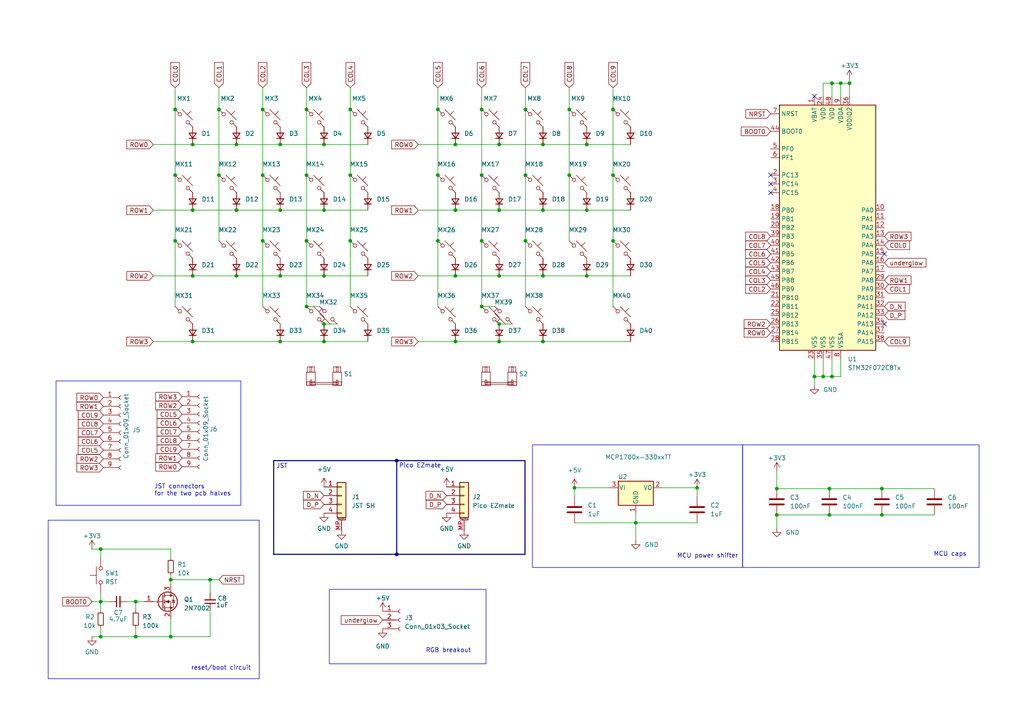
<source format=kicad_sch>
(kicad_sch (version 20230121) (generator eeschema)
  (paper "A4")
  (junction (at 88.9 69.85))
  (junction (at 93.98 80.01))
  (junction (at 139.7 88.9))
  (junction (at 39.37 184.658))
  (junction (at 81.28 60.96))
  (junction (at 127 69.85))
  (junction (at 101.6 69.85))
  (junction (at 68.58 41.91))
  (junction (at 63.5 31.75))
  (junction (at 49.53 168.148))
  (junction (at 55.88 99.06))
  (junction (at 238.76 109.22))
  (junction (at 93.98 60.96))
  (junction (at 202.184 141.478))
  (junction (at 127 31.75))
  (junction (at 166.624 141.478))
  (junction (at 157.48 41.91))
  (junction (at 88.9 88.9))
  (junction (at 76.2 50.8))
  (junction (at 29.21 184.658))
  (junction (at 55.88 41.91))
  (junction (at 50.8 69.85))
  (junction (at 63.5 50.8))
  (junction (at 157.48 60.96))
  (junction (at 225.298 141.732))
  (junction (at 255.778 149.352))
  (junction (at 170.18 60.96))
  (junction (at 55.88 80.01))
  (junction (at 144.78 80.01))
  (junction (at 127 50.8))
  (junction (at 144.78 99.06))
  (junction (at 144.78 60.96))
  (junction (at 29.21 174.498))
  (junction (at 132.08 41.91))
  (junction (at 50.8 31.75))
  (junction (at 93.98 93.98))
  (junction (at 139.7 69.85))
  (junction (at 115.062 160.782))
  (junction (at 236.22 109.22))
  (junction (at 165.1 50.8))
  (junction (at 177.8 50.8))
  (junction (at 184.404 151.638))
  (junction (at 88.9 31.75))
  (junction (at 157.48 80.01))
  (junction (at 225.298 149.352))
  (junction (at 240.538 141.732))
  (junction (at 152.4 69.85))
  (junction (at 76.2 69.85))
  (junction (at 50.8 50.8))
  (junction (at 241.3 109.22))
  (junction (at 93.98 41.91))
  (junction (at 132.08 99.06))
  (junction (at 55.88 60.96))
  (junction (at 81.28 41.91))
  (junction (at 101.6 50.8))
  (junction (at 246.38 24.13))
  (junction (at 115.062 133.604))
  (junction (at 68.58 80.01))
  (junction (at 240.538 149.352))
  (junction (at 177.8 31.75))
  (junction (at 132.08 60.96))
  (junction (at 139.7 50.8))
  (junction (at 157.48 99.06))
  (junction (at 165.1 31.75))
  (junction (at 170.18 41.91))
  (junction (at 170.18 80.01))
  (junction (at 29.21 159.258))
  (junction (at 132.08 80.01))
  (junction (at 152.4 50.8))
  (junction (at 152.4 31.75))
  (junction (at 60.96 168.148))
  (junction (at 144.78 41.91))
  (junction (at 76.2 31.75))
  (junction (at 81.28 80.01))
  (junction (at 93.98 99.06))
  (junction (at 243.84 24.13))
  (junction (at 241.3 24.13))
  (junction (at 139.7 31.75))
  (junction (at 81.28 99.06))
  (junction (at 255.778 141.732))
  (junction (at 68.58 60.96))
  (junction (at 177.8 69.85))
  (junction (at 101.6 31.75))
  (junction (at 49.53 184.658))
  (junction (at 88.9 50.8))
  (junction (at 144.78 93.98))
  (junction (at 39.37 174.498))
  (no_connect (at 223.52 55.88))
  (no_connect (at 223.52 50.8))
  (no_connect (at 256.54 93.98))
  (no_connect (at 223.52 53.34))
  (no_connect (at 236.22 27.94))
  (no_connect (at 256.54 73.66))
  (wire (pts (xy 49.53 168.148) (xy 49.53 169.418)))
  (wire (pts (xy 241.3 109.22) (xy 243.84 109.22)))
  (wire (pts (xy 177.8 69.85) (xy 177.8 88.9)))
  (wire (pts (xy 240.538 149.352) (xy 255.778 149.352)))
  (wire (pts (xy 49.53 166.878) (xy 49.53 168.148)))
  (wire (pts (xy 39.37 182.118) (xy 39.37 184.658)))
  (wire (pts (xy 144.78 80.01) (xy 157.48 80.01)))
  (wire (pts (xy 50.8 31.75) (xy 50.8 50.8)))
  (wire (pts (xy 166.624 144.018) (xy 166.624 141.478)))
  (wire (pts (xy 177.8 25.4) (xy 177.8 31.75)))
  (wire (pts (xy 225.298 149.352) (xy 240.538 149.352)))
  (wire (pts (xy 93.98 60.96) (xy 106.68 60.96)))
  (wire (pts (xy 243.84 104.14) (xy 243.84 109.22)))
  (wire (pts (xy 139.7 88.9) (xy 143.51 88.9)))
  (wire (pts (xy 76.2 25.4) (xy 76.2 31.75)))
  (wire (pts (xy 139.7 25.4) (xy 139.7 31.75)))
  (wire (pts (xy 55.88 60.96) (xy 68.58 60.96)))
  (wire (pts (xy 184.404 151.638) (xy 184.404 149.098)))
  (wire (pts (xy 29.21 159.258) (xy 29.21 161.798)))
  (wire (pts (xy 192.024 141.478) (xy 202.184 141.478)))
  (wire (pts (xy 93.98 99.06) (xy 106.68 99.06)))
  (wire (pts (xy 63.5 25.4) (xy 63.5 31.75)))
  (wire (pts (xy 225.298 136.652) (xy 225.298 141.732)))
  (wire (pts (xy 236.22 104.14) (xy 236.22 109.22)))
  (wire (pts (xy 243.84 24.13) (xy 246.38 24.13)))
  (wire (pts (xy 152.4 69.85) (xy 152.4 88.9)))
  (wire (pts (xy 76.2 69.85) (xy 76.2 88.9)))
  (wire (pts (xy 132.08 99.06) (xy 144.78 99.06)))
  (wire (pts (xy 49.53 168.148) (xy 60.96 168.148)))
  (wire (pts (xy 144.78 99.06) (xy 157.48 99.06)))
  (wire (pts (xy 121.285 80.01) (xy 132.08 80.01)))
  (wire (pts (xy 166.624 141.478) (xy 176.784 141.478)))
  (wire (pts (xy 246.38 22.86) (xy 246.38 24.13)))
  (wire (pts (xy 157.48 80.01) (xy 170.18 80.01)))
  (wire (pts (xy 81.28 80.01) (xy 93.98 80.01)))
  (wire (pts (xy 152.4 25.4) (xy 152.4 31.75)))
  (wire (pts (xy 121.285 60.96) (xy 132.08 60.96)))
  (wire (pts (xy 81.28 41.91) (xy 93.98 41.91)))
  (wire (pts (xy 241.3 24.13) (xy 241.3 27.94)))
  (wire (pts (xy 68.58 41.91) (xy 81.28 41.91)))
  (wire (pts (xy 238.76 24.13) (xy 241.3 24.13)))
  (wire (pts (xy 202.184 151.638) (xy 184.404 151.638)))
  (wire (pts (xy 26.67 184.658) (xy 29.21 184.658)))
  (wire (pts (xy 29.21 159.258) (xy 49.53 159.258)))
  (wire (pts (xy 39.37 174.498) (xy 41.91 174.498)))
  (wire (pts (xy 236.22 109.22) (xy 236.22 111.76)))
  (wire (pts (xy 88.9 25.4) (xy 88.9 31.75)))
  (wire (pts (xy 101.6 25.4) (xy 101.6 31.75)))
  (wire (pts (xy 50.8 25.4) (xy 50.8 31.75)))
  (wire (pts (xy 238.76 109.22) (xy 241.3 109.22)))
  (wire (pts (xy 243.84 24.13) (xy 243.84 27.94)))
  (wire (pts (xy 165.1 25.4) (xy 165.1 31.75)))
  (wire (pts (xy 81.28 60.96) (xy 93.98 60.96)))
  (wire (pts (xy 165.1 31.75) (xy 165.1 50.8)))
  (wire (pts (xy 63.5 50.8) (xy 63.5 69.85)))
  (wire (pts (xy 121.285 41.91) (xy 132.08 41.91)))
  (wire (pts (xy 225.298 141.732) (xy 240.538 141.732)))
  (wire (pts (xy 157.48 60.96) (xy 170.18 60.96)))
  (wire (pts (xy 39.37 174.498) (xy 39.37 177.038)))
  (wire (pts (xy 49.53 179.578) (xy 49.53 184.658)))
  (wire (pts (xy 44.45 80.01) (xy 55.88 80.01)))
  (wire (pts (xy 88.9 50.8) (xy 88.9 69.85)))
  (wire (pts (xy 139.7 31.75) (xy 139.7 50.8)))
  (wire (pts (xy 68.58 60.96) (xy 81.28 60.96)))
  (wire (pts (xy 241.3 104.14) (xy 241.3 109.22)))
  (wire (pts (xy 121.285 99.06) (xy 132.08 99.06)))
  (wire (pts (xy 144.78 60.96) (xy 157.48 60.96)))
  (wire (pts (xy 240.538 141.732) (xy 255.778 141.732)))
  (wire (pts (xy 63.5 31.75) (xy 63.5 50.8)))
  (wire (pts (xy 127 50.8) (xy 127 69.85)))
  (wire (pts (xy 132.08 80.01) (xy 144.78 80.01)))
  (wire (pts (xy 170.18 80.01) (xy 182.88 80.01)))
  (wire (pts (xy 238.76 104.14) (xy 238.76 109.22)))
  (bus (pts (xy 115.062 133.604) (xy 152.273 133.604)))
  (wire (pts (xy 246.38 24.13) (xy 246.38 27.94)))
  (wire (pts (xy 44.45 60.96) (xy 55.88 60.96)))
  (wire (pts (xy 255.778 141.732) (xy 271.018 141.732)))
  (wire (pts (xy 88.9 69.85) (xy 88.9 88.9)))
  (wire (pts (xy 88.9 31.75) (xy 88.9 50.8)))
  (wire (pts (xy 60.96 168.148) (xy 60.96 171.958)))
  (wire (pts (xy 139.7 50.8) (xy 139.7 69.85)))
  (wire (pts (xy 49.53 159.258) (xy 49.53 161.798)))
  (wire (pts (xy 177.8 31.75) (xy 177.8 50.8)))
  (wire (pts (xy 29.21 174.498) (xy 31.75 174.498)))
  (wire (pts (xy 76.2 50.8) (xy 76.2 69.85)))
  (wire (pts (xy 29.21 182.118) (xy 29.21 184.658)))
  (wire (pts (xy 36.83 174.498) (xy 39.37 174.498)))
  (wire (pts (xy 26.67 174.498) (xy 29.21 174.498)))
  (wire (pts (xy 101.6 69.85) (xy 101.6 88.9)))
  (wire (pts (xy 177.8 50.8) (xy 177.8 69.85)))
  (wire (pts (xy 44.45 41.91) (xy 55.88 41.91)))
  (wire (pts (xy 152.4 31.75) (xy 152.4 50.8)))
  (wire (pts (xy 76.2 31.75) (xy 76.2 50.8)))
  (wire (pts (xy 165.1 50.8) (xy 165.1 69.85)))
  (wire (pts (xy 132.08 41.91) (xy 144.78 41.91)))
  (wire (pts (xy 202.184 141.478) (xy 202.184 144.018)))
  (wire (pts (xy 29.21 171.958) (xy 29.21 174.498)))
  (wire (pts (xy 50.8 50.8) (xy 50.8 69.85)))
  (wire (pts (xy 170.18 60.96) (xy 182.88 60.96)))
  (wire (pts (xy 68.58 80.01) (xy 81.28 80.01)))
  (wire (pts (xy 127 31.75) (xy 127 50.8)))
  (wire (pts (xy 184.404 151.638) (xy 184.404 156.718)))
  (bus (pts (xy 115.062 160.782) (xy 152.273 160.782)))
  (wire (pts (xy 26.67 159.258) (xy 29.21 159.258)))
  (wire (pts (xy 29.21 174.498) (xy 29.21 177.038)))
  (wire (pts (xy 157.48 41.91) (xy 170.18 41.91)))
  (wire (pts (xy 255.778 149.352) (xy 271.018 149.352)))
  (wire (pts (xy 127 69.85) (xy 127 88.9)))
  (wire (pts (xy 60.96 177.038) (xy 60.96 184.658)))
  (wire (pts (xy 101.6 50.8) (xy 101.6 69.85)))
  (wire (pts (xy 132.08 60.96) (xy 144.78 60.96)))
  (wire (pts (xy 81.28 99.06) (xy 93.98 99.06)))
  (wire (pts (xy 88.9 88.9) (xy 92.71 88.9)))
  (wire (pts (xy 93.98 80.01) (xy 106.68 80.01)))
  (wire (pts (xy 101.6 31.75) (xy 101.6 50.8)))
  (wire (pts (xy 144.78 93.98) (xy 148.59 93.98)))
  (wire (pts (xy 139.7 69.85) (xy 139.7 88.9)))
  (wire (pts (xy 55.88 80.01) (xy 68.58 80.01)))
  (wire (pts (xy 236.22 109.22) (xy 238.76 109.22)))
  (wire (pts (xy 39.37 184.658) (xy 49.53 184.658)))
  (wire (pts (xy 49.53 184.658) (xy 60.96 184.658)))
  (wire (pts (xy 55.88 99.06) (xy 81.28 99.06)))
  (wire (pts (xy 127 25.4) (xy 127 31.75)))
  (wire (pts (xy 170.18 41.91) (xy 182.88 41.91)))
  (wire (pts (xy 144.78 41.91) (xy 157.48 41.91)))
  (wire (pts (xy 152.4 50.8) (xy 152.4 69.85)))
  (wire (pts (xy 225.298 153.162) (xy 225.298 149.352)))
  (wire (pts (xy 157.48 99.06) (xy 182.88 99.06)))
  (wire (pts (xy 44.45 99.06) (xy 55.88 99.06)))
  (wire (pts (xy 93.98 93.98) (xy 97.79 93.98)))
  (wire (pts (xy 166.624 151.638) (xy 184.404 151.638)))
  (bus (pts (xy 152.273 160.782) (xy 152.273 133.604)))
  (wire (pts (xy 238.76 27.94) (xy 238.76 24.13)))
  (wire (pts (xy 55.88 41.91) (xy 68.58 41.91)))
  (wire (pts (xy 60.96 168.148) (xy 63.5 168.148)))
  (wire (pts (xy 29.21 184.658) (xy 39.37 184.658)))
  (wire (pts (xy 50.8 69.85) (xy 50.8 88.9)))
  (bus (pts (xy 79.375 133.604) (xy 79.375 160.782)))
  (bus (pts (xy 79.375 133.604) (xy 115.062 133.604)))
  (wire (pts (xy 241.3 24.13) (xy 243.84 24.13)))
  (wire (pts (xy 93.98 41.91) (xy 106.68 41.91)))
  (bus (pts (xy 79.375 160.782) (xy 115.062 160.782)))
  (bus (pts (xy 115.062 133.604) (xy 115.062 160.782)))
  (rectangle (start 215.392 129.032) (end 283.972 164.592))
  (rectangle (start 154.432 129.032) (end 215.392 164.592))
  (rectangle (start 13.97 150.876) (end 75.184 196.85))
  (rectangle (start 95.504 170.942) (end 140.97 192.532))
  (rectangle (start 16.256 110.49) (end 69.85 146.558))
  (text "Pico EZmate" (at 115.697 135.89 0) (effects (font (size 1.27 1.27)) (justify left bottom)))
  (text "JST connectors\nfor the two pcb halves" (at 44.704 144.018 0) (effects (font (size 1.27 1.27)) (justify left bottom)))
  (text "reset/boot circuit" (at 55.372 194.564 0) (effects (font (size 1.27 1.27)) (justify left bottom)))
  (text "MCU power shifter" (at 196.342 162.052 0) (effects (font (size 1.27 1.27)) (justify left bottom)))
  (text "RGB breakout" (at 123.444 189.484 0) (effects (font (size 1.27 1.27)) (justify left bottom)))
  (text "MCU caps" (at 270.764 161.544 0) (effects (font (size 1.27 1.27)) (justify left bottom)))
  (text "JST" (at 80.137 136.017 0) (effects (font (size 1.27 1.27)) (justify left bottom)))
  (global_label "COL0" (shape input) (at 50.8 25.4 90) (property "Intersheetrefs" "${INTERSHEET_REFS}" (effects hide)))
  (global_label "ROW2" (shape input) (at 44.45 80.01 180) (property "Intersheetrefs" "${INTERSHEET_REFS}" (effects hide)))
  (global_label "ROW2" (shape input) (at 223.52 93.98 180) (property "Intersheetrefs" "${INTERSHEET_REFS}" (effects hide)))
  (global_label "ROW0" (shape input) (at 44.45 41.91 180) (property "Intersheetrefs" "${INTERSHEET_REFS}" (effects hide)))
  (global_label "COL5" (shape input) (at 52.832 120.142 180) (property "Intersheetrefs" "${INTERSHEET_REFS}" (effects hide)))
  (global_label "D_N" (shape input) (at 256.54 88.9 0) (property "Intersheetrefs" "${INTERSHEET_REFS}" (effects hide)))
  (global_label "ROW0" (shape input) (at 223.52 96.52 180) (property "Intersheetrefs" "${INTERSHEET_REFS}" (effects hide)))
  (global_label "ROW1" (shape input) (at 256.54 81.28 0) (property "Intersheetrefs" "${INTERSHEET_REFS}" (effects hide)))
  (global_label "COL7" (shape input) (at 29.972 125.476 180) (property "Intersheetrefs" "${INTERSHEET_REFS}" (effects hide)))
  (global_label "COL7" (shape input) (at 152.4 25.4 90) (property "Intersheetrefs" "${INTERSHEET_REFS}" (effects hide)))
  (global_label "ROW0" (shape input) (at 29.972 115.316 180) (property "Intersheetrefs" "${INTERSHEET_REFS}" (effects hide)))
  (global_label "D_P" (shape input) (at 93.98 146.304 180) (property "Intersheetrefs" "${INTERSHEET_REFS}" (effects hide)))
  (global_label "ROW1" (shape input) (at 52.832 132.842 180) (property "Intersheetrefs" "${INTERSHEET_REFS}" (effects hide)))
  (global_label "COL0" (shape input) (at 256.54 71.12 0) (property "Intersheetrefs" "${INTERSHEET_REFS}" (effects hide)))
  (global_label "COL2" (shape input) (at 223.52 83.82 180) (property "Intersheetrefs" "${INTERSHEET_REFS}" (effects hide)))
  (global_label "COL8" (shape input) (at 52.832 127.762 180) (property "Intersheetrefs" "${INTERSHEET_REFS}" (effects hide)))
  (global_label "D_P" (shape input) (at 256.54 91.44 0) (property "Intersheetrefs" "${INTERSHEET_REFS}" (effects hide)))
  (global_label "D_N" (shape input) (at 93.98 143.764 180) (property "Intersheetrefs" "${INTERSHEET_REFS}" (effects hide)))
  (global_label "COL5" (shape input) (at 223.52 76.2 180) (property "Intersheetrefs" "${INTERSHEET_REFS}" (effects hide)))
  (global_label "ROW1" (shape input) (at 29.972 117.856 180) (property "Intersheetrefs" "${INTERSHEET_REFS}" (effects hide)))
  (global_label "ROW3" (shape input) (at 52.832 115.062 180) (property "Intersheetrefs" "${INTERSHEET_REFS}" (effects hide)))
  (global_label "COL6" (shape input) (at 29.972 128.016 180) (property "Intersheetrefs" "${INTERSHEET_REFS}" (effects hide)))
  (global_label "COL1" (shape input) (at 63.5 25.4 90) (property "Intersheetrefs" "${INTERSHEET_REFS}" (effects hide)))
  (global_label "NRST" (shape input) (at 63.5 168.148 0) (property "Intersheetrefs" "${INTERSHEET_REFS}" (effects hide)))
  (global_label "COL3" (shape input) (at 88.9 25.4 90) (property "Intersheetrefs" "${INTERSHEET_REFS}" (effects hide)))
  (global_label "COL7" (shape input) (at 223.52 71.12 180) (property "Intersheetrefs" "${INTERSHEET_REFS}" (effects hide)))
  (global_label "ROW3" (shape input) (at 121.285 99.06 180) (property "Intersheetrefs" "${INTERSHEET_REFS}" (effects hide)))
  (global_label "D_P" (shape input) (at 129.54 146.304 180) (property "Intersheetrefs" "${INTERSHEET_REFS}" (effects hide)))
  (global_label "BOOT0" (shape input) (at 223.52 38.1 180) (property "Intersheetrefs" "${INTERSHEET_REFS}" (effects hide)))
  (global_label "COL3" (shape input) (at 223.52 81.28 180) (property "Intersheetrefs" "${INTERSHEET_REFS}" (effects hide)))
  (global_label "ROW3" (shape input) (at 29.972 135.636 180) (property "Intersheetrefs" "${INTERSHEET_REFS}" (effects hide)))
  (global_label "ROW3" (shape input) (at 44.45 99.06 180) (property "Intersheetrefs" "${INTERSHEET_REFS}" (effects hide)))
  (global_label "COL6" (shape input) (at 139.7 25.4 90) (property "Intersheetrefs" "${INTERSHEET_REFS}" (effects hide)))
  (global_label "COL9" (shape input) (at 177.8 25.4 90) (property "Intersheetrefs" "${INTERSHEET_REFS}" (effects hide)))
  (global_label "ROW1" (shape input) (at 121.285 60.96 180) (property "Intersheetrefs" "${INTERSHEET_REFS}" (effects hide)))
  (global_label "ROW3" (shape input) (at 256.54 68.58 0) (property "Intersheetrefs" "${INTERSHEET_REFS}" (effects hide)))
  (global_label "COL6" (shape input) (at 223.52 73.66 180) (property "Intersheetrefs" "${INTERSHEET_REFS}" (effects hide)))
  (global_label "underglow" (shape input) (at 256.54 76.2 0) (property "Intersheetrefs" "${INTERSHEET_REFS}" (effects hide)))
  (global_label "COL2" (shape input) (at 76.2 25.4 90) (property "Intersheetrefs" "${INTERSHEET_REFS}" (effects hide)))
  (global_label "underglow" (shape input) (at 110.998 179.832 180) (property "Intersheetrefs" "${INTERSHEET_REFS}" (effects hide)))
  (global_label "ROW2" (shape input) (at 121.285 80.01 180) (property "Intersheetrefs" "${INTERSHEET_REFS}" (effects hide)))
  (global_label "D_N" (shape input) (at 129.54 143.764 180) (property "Intersheetrefs" "${INTERSHEET_REFS}" (effects hide)))
  (global_label "COL9" (shape input) (at 29.972 120.396 180) (property "Intersheetrefs" "${INTERSHEET_REFS}" (effects hide)))
  (global_label "COL6" (shape input) (at 52.832 122.682 180) (property "Intersheetrefs" "${INTERSHEET_REFS}" (effects hide)))
  (global_label "BOOT0" (shape input) (at 26.67 174.498 180) (property "Intersheetrefs" "${INTERSHEET_REFS}" (effects hide)))
  (global_label "COL7" (shape input) (at 52.832 125.222 180) (property "Intersheetrefs" "${INTERSHEET_REFS}" (effects hide)))
  (global_label "NRST" (shape input) (at 223.52 33.02 180) (property "Intersheetrefs" "${INTERSHEET_REFS}" (effects hide)))
  (global_label "ROW0" (shape input) (at 121.285 41.91 180) (property "Intersheetrefs" "${INTERSHEET_REFS}" (effects hide)))
  (global_label "COL8" (shape input) (at 165.1 25.4 90) (property "Intersheetrefs" "${INTERSHEET_REFS}" (effects hide)))
  (global_label "COL4" (shape input) (at 223.52 78.74 180) (property "Intersheetrefs" "${INTERSHEET_REFS}" (effects hide)))
  (global_label "ROW0" (shape input) (at 52.832 135.382 180) (property "Intersheetrefs" "${INTERSHEET_REFS}" (effects hide)))
  (global_label "COL4" (shape input) (at 101.6 25.4 90) (property "Intersheetrefs" "${INTERSHEET_REFS}" (effects hide)))
  (global_label "COL9" (shape input) (at 256.54 99.06 0) (property "Intersheetrefs" "${INTERSHEET_REFS}" (effects hide)))
  (global_label "COL8" (shape input) (at 223.52 68.58 180) (property "Intersheetrefs" "${INTERSHEET_REFS}" (effects hide)))
  (global_label "ROW1" (shape input) (at 44.45 60.96 180) (property "Intersheetrefs" "${INTERSHEET_REFS}" (effects hide)))
  (global_label "ROW2" (shape input) (at 29.972 133.096 180) (property "Intersheetrefs" "${INTERSHEET_REFS}" (effects hide)))
  (global_label "ROW2" (shape input) (at 52.832 117.602 180) (property "Intersheetrefs" "${INTERSHEET_REFS}" (effects hide)))
  (global_label "COL5" (shape input) (at 29.972 130.556 180) (property "Intersheetrefs" "${INTERSHEET_REFS}" (effects hide)))
  (global_label "COL5" (shape input) (at 127 25.4 90) (property "Intersheetrefs" "${INTERSHEET_REFS}" (effects hide)))
  (global_label "COL1" (shape input) (at 256.54 83.82 0) (property "Intersheetrefs" "${INTERSHEET_REFS}" (effects hide)))
  (global_label "COL8" (shape input) (at 29.972 122.936 180) (property "Intersheetrefs" "${INTERSHEET_REFS}" (effects hide)))
  (global_label "COL9" (shape input) (at 52.832 130.302 180) (property "Intersheetrefs" "${INTERSHEET_REFS}" (effects hide)))
  (symbol (lib_id "Device:D_Small") (at 144.78 77.47 90) (unit 1)
    (property "Reference" "D27" (at 147.32 76.835 90) (effects (justify right)))
    (property "Value" "D_Small" (effects hide))
    (property "Footprint" "Diode_SMD:D_SOD-123F" (effects hide))
    (property "Sim.Device" "D" (effects hide))
    (property "Sim.Pins" "1=K 2=A" (effects hide))
  )
  (symbol (lib_id "Device:D_Small") (at 157.48 39.37 90) (unit 1)
    (property "Reference" "D8" (at 160.02 38.735 90) (effects (justify right)))
    (property "Value" "D_Small" (effects hide))
    (property "Footprint" "Diode_SMD:D_SOD-123F" (effects hide))
    (property "Sim.Device" "D" (effects hide))
    (property "Sim.Pins" "1=K 2=A" (effects hide))
  )
  (symbol (lib_id "Device:D_Small") (at 132.08 39.37 90) (unit 1)
    (property "Reference" "D6" (at 134.62 38.735 90) (effects (justify right)))
    (property "Value" "D_Small" (effects hide))
    (property "Footprint" "Diode_SMD:D_SOD-123F" (effects hide))
    (property "Sim.Device" "D" (effects hide))
    (property "Sim.Pins" "1=K 2=A" (effects hide))
  )
  (symbol (lib_id "PCM_marbastlib-mx:MX_SW_HS") (at 154.94 34.29 0) (unit 1)
    (property "Reference" "MX8" (at 154.94 28.575 0))
    (property "Value" "MX_SW_HS" (effects hide))
    (property "Footprint" "PCM_marbastlib-mx:SW_MX_HS_1u" (effects hide))
  )
  (symbol (lib_id "power:+5V") (at 93.98 141.224 0) (unit 1)
    (property "Reference" "#PWR09" (effects hide))
    (property "Value" "+5V" (at 93.98 136.144 0))
  )
  (symbol (lib_id "PCM_marbastlib-mx:MX_SW_HS") (at 53.34 72.39 0) (unit 1)
    (property "Reference" "MX21" (at 53.34 66.675 0))
    (property "Value" "MX_SW_HS" (effects hide))
    (property "Footprint" "PCM_marbastlib-mx:SW_MX_HS_1u" (effects hide))
  )
  (symbol (lib_id "Device:D_Small") (at 106.68 77.47 90) (unit 1)
    (property "Reference" "D25" (at 109.22 76.835 90) (effects (justify right)))
    (property "Value" "D_Small" (effects hide))
    (property "Footprint" "Diode_SMD:D_SOD-123F" (effects hide))
    (property "Sim.Device" "D" (effects hide))
    (property "Sim.Pins" "1=K 2=A" (effects hide))
  )
  (symbol (lib_id "PCM_marbastlib-mx:MX_SW_HS") (at 53.34 53.34 0) (unit 1)
    (property "Reference" "MX11" (at 53.34 47.625 0))
    (property "Value" "MX_SW_HS" (effects hide))
    (property "Footprint" "PCM_marbastlib-mx:SW_MX_HS_1u" (effects hide))
  )
  (symbol (lib_id "Device:D_Small") (at 170.18 39.37 90) (unit 1)
    (property "Reference" "D9" (at 172.72 38.735 90) (effects (justify right)))
    (property "Value" "D_Small" (effects hide))
    (property "Footprint" "Diode_SMD:D_SOD-123F" (effects hide))
    (property "Sim.Device" "D" (effects hide))
    (property "Sim.Pins" "1=K 2=A" (effects hide))
  )
  (symbol (lib_id "Device:D_Small") (at 170.18 58.42 90) (unit 1)
    (property "Reference" "D19" (at 172.72 57.785 90) (effects (justify right)))
    (property "Value" "D_Small" (effects hide))
    (property "Footprint" "Diode_SMD:D_SOD-123F" (effects hide))
    (property "Sim.Device" "D" (effects hide))
    (property "Sim.Pins" "1=K 2=A" (effects hide))
  )
  (symbol (lib_id "Device:D_Small") (at 182.88 58.42 90) (unit 1)
    (property "Reference" "D20" (at 185.42 57.785 90) (effects (justify right)))
    (property "Value" "D_Small" (effects hide))
    (property "Footprint" "Diode_SMD:D_SOD-123F" (effects hide))
    (property "Sim.Device" "D" (effects hide))
    (property "Sim.Pins" "1=K 2=A" (effects hide))
  )
  (symbol (lib_id "Regulator_Linear:MCP1700x-330xxTT") (at 184.404 141.478 0) (unit 1)
    (property "Reference" "U2" (at 180.594 138.303 0))
    (property "Value" "MCP1700x-330xxTT" (at 175.514 132.588 0) (effects (justify left)))
    (property "Footprint" "Package_TO_SOT_SMD:SOT-23" (effects hide))
    (property "Datasheet" "http://ww1.microchip.com/downloads/en/DeviceDoc/20001826D.pdf" (effects hide))
    (property "LCSC Part Number" "C39051" (effects hide))
  )
  (symbol (lib_id "PCM_marbastlib-mx:MX_SW_HS") (at 104.14 91.44 0) (unit 1)
    (property "Reference" "MX35" (at 104.14 85.725 0))
    (property "Value" "MX_SW_HS" (effects hide))
    (property "Footprint" "PCM_marbastlib-mx:SW_MX_HS_1u" (effects hide))
  )
  (symbol (lib_id "Connector:Conn_01x09_Socket") (at 57.912 125.222 0) (unit 1)
    (property "Reference" "J6" (at 60.706 124.46 0) (effects (justify left)))
    (property "Value" "Conn_01x09_Socket" (at 59.69 133.858 90) (effects (justify left)))
    (property "Footprint" "Connector_JST:JST_SH_SM09B-SRSS-TB_1x09-1MP_P1.00mm_Horizontal" (effects hide))
  )
  (symbol (lib_id "PCM_marbastlib-mx:MX_SW_HS") (at 167.64 53.34 0) (unit 1)
    (property "Reference" "MX19" (at 167.64 47.625 0))
    (property "Value" "MX_SW_HS" (effects hide))
    (property "Footprint" "PCM_marbastlib-mx:SW_MX_HS_1u" (effects hide))
  )
  (symbol (lib_id "Device:D_Small") (at 93.98 58.42 90) (unit 1)
    (property "Reference" "D14" (at 96.52 57.785 90) (effects (justify right)))
    (property "Value" "D_Small" (effects hide))
    (property "Footprint" "Diode_SMD:D_SOD-123F" (effects hide))
    (property "Sim.Device" "D" (effects hide))
    (property "Sim.Pins" "1=K 2=A" (effects hide))
  )
  (symbol (lib_id "Device:C") (at 271.018 145.542 0) (unit 1)
    (property "Reference" "C6" (at 274.828 144.2719 0) (effects (justify left)))
    (property "Value" "100nF" (at 274.828 146.8119 0) (effects (justify left)))
    (property "Footprint" "Capacitor_SMD:C_0603_1608Metric" (effects hide))
    (property "LCSC Part Number" "C14663" (effects hide))
  )
  (symbol (lib_id "power:GND") (at 134.62 153.924 0) (unit 1)
    (property "Reference" "#PWR014" (effects hide))
    (property "Value" "GND" (at 134.62 158.3674 0))
  )
  (symbol (lib_id "Device:D_Small") (at 182.88 96.52 90) (unit 1)
    (property "Reference" "D40" (at 185.42 95.885 90) (effects (justify right)))
    (property "Value" "D_Small" (effects hide))
    (property "Footprint" "Diode_SMD:D_SOD-123F" (effects hide))
    (property "Sim.Device" "D" (effects hide))
    (property "Sim.Pins" "1=K 2=A" (effects hide))
  )
  (symbol (lib_id "Device:C") (at 166.624 147.828 0) (unit 1)
    (property "Reference" "C1" (at 170.434 146.5579 0) (effects (justify left)))
    (property "Value" "1uF" (at 170.434 149.0979 0) (effects (justify left)))
    (property "Footprint" "Capacitor_SMD:C_0805_2012Metric" (effects hide))
    (property "LCSC Part Number" "C28323" (effects hide))
  )
  (symbol (lib_id "Device:D_Small") (at 182.88 39.37 90) (unit 1)
    (property "Reference" "D10" (at 185.42 38.735 90) (effects (justify right)))
    (property "Value" "D_Small" (effects hide))
    (property "Footprint" "Diode_SMD:D_SOD-123F" (effects hide))
    (property "Sim.Device" "D" (effects hide))
    (property "Sim.Pins" "1=K 2=A" (effects hide))
  )
  (symbol (lib_id "Connector:Conn_01x09_Socket") (at 35.052 125.476 0) (unit 1)
    (property "Reference" "J5" (at 38.354 124.714 0) (effects (justify left)))
    (property "Value" "Conn_01x09_Socket" (at 36.576 133.096 90) (effects (justify left)))
    (property "Footprint" "Connector_JST:JST_SH_SM09B-SRSS-TB_1x09-1MP_P1.00mm_Horizontal" (effects hide))
  )
  (symbol (lib_id "Connector:Conn_01x03_Socket") (at 116.078 179.832 0) (unit 1)
    (property "Reference" "J3" (at 117.348 179.197 0) (effects (justify left)))
    (property "Value" "Conn_01x03_Socket" (at 117.348 181.737 0) (effects (justify left)))
    (property "Footprint" "Connector_PinHeader_2.54mm:PinHeader_1x03_P2.54mm_Vertical" (effects hide))
  )
  (symbol (lib_id "PCM_marbastlib-mx:MX_SW_HS") (at 53.34 91.44 0) (unit 1)
    (property "Reference" "MX31" (at 53.34 85.725 0))
    (property "Value" "MX_SW_HS" (effects hide))
    (property "Footprint" "PCM_marbastlib-mx:SW_MX_HS_1u" (effects hide))
  )
  (symbol (lib_id "Device:R_Small") (at 39.37 179.578 0) (unit 1)
    (property "Reference" "R3" (at 41.275 178.943 0) (effects (justify left)))
    (property "Value" "100k" (at 41.275 181.483 0) (effects (justify left)))
    (property "Footprint" "Resistor_SMD:R_0603_1608Metric" (effects hide))
  )
  (symbol (lib_id "Connector_Generic_MountingPin:Conn_01x04_MountingPin") (at 134.62 143.764 0) (unit 1)
    (property "Reference" "J2" (at 137.033 144.1195 0) (effects (justify left)))
    (property "Value" "Pico EZmate" (at 137.033 146.6595 0) (effects (justify left)))
    (property "Footprint" "Connector_Molex:Molex_Pico-EZmate_78171-0004_1x04-1MP_P1.20mm_Vertical" (effects hide))
  )
  (symbol (lib_id "PCM_marbastlib-mx:MX_SW_HS") (at 91.44 53.34 0) (unit 1)
    (property "Reference" "MX14" (at 91.44 47.625 0))
    (property "Value" "MX_SW_HS" (effects hide))
    (property "Footprint" "PCM_marbastlib-mx:SW_MX_HS_1u" (effects hide))
  )
  (symbol (lib_id "PCM_marbastlib-mx:MX_SW_HS") (at 154.94 72.39 0) (unit 1)
    (property "Reference" "MX28" (at 154.94 66.675 0))
    (property "Value" "MX_SW_HS" (effects hide))
    (property "Footprint" "PCM_marbastlib-mx:SW_MX_HS_1u" (effects hide))
  )
  (symbol (lib_id "Connector_Generic_MountingPin:Conn_01x04_MountingPin") (at 99.06 143.764 0) (unit 1)
    (property "Reference" "J1" (at 101.981 144.1195 0) (effects (justify left)))
    (property "Value" "JST SH" (at 101.981 146.6595 0) (effects (justify left)))
    (property "Footprint" "Connector_JST:JST_SH_SM04B-SRSS-TB_1x04-1MP_P1.00mm_Horizontal" (effects hide))
  )
  (symbol (lib_id "PCM_marbastlib-mx:MX_SW_HS") (at 180.34 34.29 0) (unit 1)
    (property "Reference" "MX10" (at 180.34 28.575 0))
    (property "Value" "MX_SW_HS" (effects hide))
    (property "Footprint" "PCM_marbastlib-mx:SW_MX_HS_1u" (effects hide))
  )
  (symbol (lib_id "PCM_marbastlib-mx:MX_SW_HS") (at 91.44 34.29 0) (unit 1)
    (property "Reference" "MX4" (at 91.44 28.575 0))
    (property "Value" "MX_SW_HS" (effects hide))
    (property "Footprint" "PCM_marbastlib-mx:SW_MX_HS_1u" (effects hide))
  )
  (symbol (lib_id "Device:C") (at 202.184 147.828 0) (unit 1)
    (property "Reference" "C2" (at 205.994 146.5579 0) (effects (justify left)))
    (property "Value" "1uF" (at 205.994 149.0979 0) (effects (justify left)))
    (property "Footprint" "Capacitor_SMD:C_0805_2012Metric" (effects hide))
    (property "LCSC Part Number" "C28323" (effects hide))
  )
  (symbol (lib_id "Device:D_Small") (at 106.68 58.42 90) (unit 1)
    (property "Reference" "D15" (at 109.22 57.785 90) (effects (justify right)))
    (property "Value" "D_Small" (effects hide))
    (property "Footprint" "Diode_SMD:D_SOD-123F" (effects hide))
    (property "Sim.Device" "D" (effects hide))
    (property "Sim.Pins" "1=K 2=A" (effects hide))
  )
  (symbol (lib_id "PCM_marbastlib-mx:MX_SW_HS") (at 154.94 53.34 0) (unit 1)
    (property "Reference" "MX18" (at 154.94 47.625 0))
    (property "Value" "MX_SW_HS" (effects hide))
    (property "Footprint" "PCM_marbastlib-mx:SW_MX_HS_1u" (effects hide))
  )
  (symbol (lib_id "PCM_marbastlib-mx:MX_SW_HS") (at 129.54 72.39 0) (unit 1)
    (property "Reference" "MX26" (at 129.54 66.675 0))
    (property "Value" "MX_SW_HS" (effects hide))
    (property "Footprint" "PCM_marbastlib-mx:SW_MX_HS_1u" (effects hide))
  )
  (symbol (lib_id "PCM_marbastlib-mx:MX_SW_HS") (at 146.05 91.44 180) (unit 1)
    (property "Reference" "MX39" (at 146.05 87.63 0))
    (property "Value" "MX_SW_HS" (effects hide))
    (property "Footprint" "PCM_marbastlib-mx:SW_MX_HS_1u" (effects hide))
  )
  (symbol (lib_id "Device:D_Small") (at 144.78 39.37 90) (unit 1)
    (property "Reference" "D7" (at 147.32 38.735 90) (effects (justify right)))
    (property "Value" "D_Small" (effects hide))
    (property "Footprint" "Diode_SMD:D_SOD-123F" (effects hide))
    (property "Sim.Device" "D" (effects hide))
    (property "Sim.Pins" "1=K 2=A" (effects hide))
  )
  (symbol (lib_id "Device:D_Small") (at 132.08 77.47 90) (unit 1)
    (property "Reference" "D26" (at 134.62 76.835 90) (effects (justify right)))
    (property "Value" "D_Small" (effects hide))
    (property "Footprint" "Diode_SMD:D_SOD-123F" (effects hide))
    (property "Sim.Device" "D" (effects hide))
    (property "Sim.Pins" "1=K 2=A" (effects hide))
  )
  (symbol (lib_id "Device:C") (at 240.538 145.542 0) (unit 1)
    (property "Reference" "C4" (at 244.348 144.2719 0) (effects (justify left)))
    (property "Value" "100nF" (at 244.348 146.8119 0) (effects (justify left)))
    (property "Footprint" "Capacitor_SMD:C_0603_1608Metric" (effects hide))
    (property "LCSC Part Number" "C14663" (effects hide))
  )
  (symbol (lib_id "power:GND") (at 99.06 153.924 0) (unit 1)
    (property "Reference" "#PWR013" (effects hide))
    (property "Value" "GND" (at 99.06 158.3674 0))
  )
  (symbol (lib_id "PCM_marbastlib-mx:MX_SW_HS") (at 104.14 53.34 0) (unit 1)
    (property "Reference" "MX15" (at 104.14 47.625 0))
    (property "Value" "MX_SW_HS" (effects hide))
    (property "Footprint" "PCM_marbastlib-mx:SW_MX_HS_1u" (effects hide))
  )
  (symbol (lib_id "PCM_marbastlib-mx:MX_SW_HS") (at 91.44 72.39 0) (unit 1)
    (property "Reference" "MX24" (at 91.44 66.675 0))
    (property "Value" "MX_SW_HS" (effects hide))
    (property "Footprint" "PCM_marbastlib-mx:SW_MX_HS_1u" (effects hide))
  )
  (symbol (lib_id "PCM_marbastlib-mx:MX_SW_HS") (at 180.34 91.44 0) (unit 1)
    (property "Reference" "MX40" (at 180.34 85.725 0))
    (property "Value" "MX_SW_HS" (effects hide))
    (property "Footprint" "PCM_marbastlib-mx:SW_MX_HS_1u" (effects hide))
  )
  (symbol (lib_id "PCM_marbastlib-mx:MX_stab") (at 93.98 109.22 0) (unit 1)
    (property "Reference" "S1" (at 99.695 108.458 0) (effects (justify left)))
    (property "Value" "MX_stab" (effects hide))
    (property "Footprint" "PCM_marbastlib-mx:STAB_MX_2u" (effects hide))
  )
  (symbol (lib_id "PCM_marbastlib-mx:MX_SW_HS") (at 53.34 34.29 0) (unit 1)
    (property "Reference" "MX1" (at 53.34 28.575 0))
    (property "Value" "MX_SW_HS" (effects hide))
    (property "Footprint" "PCM_marbastlib-mx:SW_MX_HS_1u" (effects hide))
  )
  (symbol (lib_id "Device:R_Small") (at 49.53 164.338 0) (unit 1)
    (property "Reference" "R1" (at 51.435 163.703 0) (effects (justify left)))
    (property "Value" "10k" (at 51.435 166.243 0) (effects (justify left)))
    (property "Footprint" "Resistor_SMD:R_0603_1608Metric" (effects hide))
  )
  (symbol (lib_id "Device:D_Small") (at 144.78 96.52 90) (unit 1)
    (property "Reference" "D37" (at 147.32 95.885 90) (effects (justify right)))
    (property "Value" "D_Small" (effects hide))
    (property "Footprint" "Diode_SMD:D_SOD-123F" (effects hide))
    (property "Sim.Device" "D" (effects hide))
    (property "Sim.Pins" "1=K 2=A" (effects hide))
  )
  (symbol (lib_id "Device:R_Small") (at 29.21 179.578 0) (unit 1)
    (property "Reference" "R2" (at 24.765 178.943 0) (effects (justify left)))
    (property "Value" "10k" (at 24.13 181.483 0) (effects (justify left)))
    (property "Footprint" "Resistor_SMD:R_0603_1608Metric" (effects hide))
  )
  (symbol (lib_id "Device:D_Small") (at 68.58 58.42 90) (unit 1)
    (property "Reference" "D12" (at 71.12 57.785 90) (effects (justify right)))
    (property "Value" "D_Small" (effects hide))
    (property "Footprint" "Diode_SMD:D_SOD-123F" (effects hide))
    (property "Sim.Device" "D" (effects hide))
    (property "Sim.Pins" "1=K 2=A" (effects hide))
  )
  (symbol (lib_id "Device:D_Small") (at 81.28 96.52 90) (unit 1)
    (property "Reference" "D33" (at 83.82 95.885 90) (effects (justify right)))
    (property "Value" "D_Small" (effects hide))
    (property "Footprint" "Diode_SMD:D_SOD-123F" (effects hide))
    (property "Sim.Device" "D" (effects hide))
    (property "Sim.Pins" "1=K 2=A" (effects hide))
  )
  (symbol (lib_id "Device:D_Small") (at 106.68 39.37 90) (unit 1)
    (property "Reference" "D5" (at 109.22 38.735 90) (effects (justify right)))
    (property "Value" "D_Small" (effects hide))
    (property "Footprint" "Diode_SMD:D_SOD-123F" (effects hide))
    (property "Sim.Device" "D" (effects hide))
    (property "Sim.Pins" "1=K 2=A" (effects hide))
  )
  (symbol (lib_id "PCM_marbastlib-mx:MX_SW_HS") (at 78.74 72.39 0) (unit 1)
    (property "Reference" "MX23" (at 78.74 66.675 0))
    (property "Value" "MX_SW_HS" (effects hide))
    (property "Footprint" "PCM_marbastlib-mx:SW_MX_HS_1u" (effects hide))
  )
  (symbol (lib_id "Device:D_Small") (at 132.08 58.42 90) (unit 1)
    (property "Reference" "D16" (at 134.62 57.785 90) (effects (justify right)))
    (property "Value" "D_Small" (effects hide))
    (property "Footprint" "Diode_SMD:D_SOD-123F" (effects hide))
    (property "Sim.Device" "D" (effects hide))
    (property "Sim.Pins" "1=K 2=A" (effects hide))
  )
  (symbol (lib_id "Device:D_Small") (at 157.48 77.47 90) (unit 1)
    (property "Reference" "D28" (at 160.02 76.835 90) (effects (justify right)))
    (property "Value" "D_Small" (effects hide))
    (property "Footprint" "Diode_SMD:D_SOD-123F" (effects hide))
    (property "Sim.Device" "D" (effects hide))
    (property "Sim.Pins" "1=K 2=A" (effects hide))
  )
  (symbol (lib_id "Device:D_Small") (at 81.28 58.42 90) (unit 1)
    (property "Reference" "D13" (at 83.82 57.785 90) (effects (justify right)))
    (property "Value" "D_Small" (effects hide))
    (property "Footprint" "Diode_SMD:D_SOD-123F" (effects hide))
    (property "Sim.Device" "D" (effects hide))
    (property "Sim.Pins" "1=K 2=A" (effects hide))
  )
  (symbol (lib_id "PCM_marbastlib-mx:MX_SW_HS") (at 104.14 72.39 0) (unit 1)
    (property "Reference" "MX25" (at 104.14 66.675 0))
    (property "Value" "MX_SW_HS" (effects hide))
    (property "Footprint" "PCM_marbastlib-mx:SW_MX_HS_1u" (effects hide))
  )
  (symbol (lib_id "power:+5V") (at 166.624 141.478 0) (unit 1)
    (property "Reference" "#PWR03" (effects hide))
    (property "Value" "+5V" (at 166.624 136.398 0))
  )
  (symbol (lib_id "Switch:SW_Push") (at 29.21 166.878 90) (unit 1)
    (property "Reference" "SW1" (at 30.48 166.243 90) (effects (justify right)))
    (property "Value" "RST" (at 30.48 168.783 90) (effects (justify right)))
    (property "Footprint" "Button_Switch_SMD:SW_SPST_SKQG_WithoutStem" (effects hide))
  )
  (symbol (lib_id "PCM_marbastlib-mx:MX_SW_HS") (at 104.14 34.29 0) (unit 1)
    (property "Reference" "MX5" (at 104.14 28.575 0))
    (property "Value" "MX_SW_HS" (effects hide))
    (property "Footprint" "PCM_marbastlib-mx:SW_MX_HS_1u" (effects hide))
  )
  (symbol (lib_id "PCM_marbastlib-mx:MX_SW_HS") (at 95.25 91.44 180) (unit 1)
    (property "Reference" "MX32" (at 95.25 87.63 0))
    (property "Value" "MX_SW_HS" (effects hide))
    (property "Footprint" "PCM_marbastlib-mx:SW_MX_HS_1u" (effects hide))
  )
  (symbol (lib_id "Device:D_Small") (at 106.68 96.52 90) (unit 1)
    (property "Reference" "D35" (at 109.22 95.885 90) (effects (justify right)))
    (property "Value" "D_Small" (effects hide))
    (property "Footprint" "Diode_SMD:D_SOD-123F" (effects hide))
    (property "Sim.Device" "D" (effects hide))
    (property "Sim.Pins" "1=K 2=A" (effects hide))
  )
  (symbol (lib_id "Device:D_Small") (at 93.98 39.37 90) (unit 1)
    (property "Reference" "D4" (at 96.52 38.735 90) (effects (justify right)))
    (property "Value" "D_Small" (effects hide))
    (property "Footprint" "Diode_SMD:D_SOD-123F" (effects hide))
    (property "Sim.Device" "D" (effects hide))
    (property "Sim.Pins" "1=K 2=A" (effects hide))
  )
  (symbol (lib_id "PCM_marbastlib-mx:MX_SW_HS") (at 91.44 91.44 0) (unit 1)
    (property "Reference" "MX34" (at 91.44 85.725 0))
    (property "Value" "MX_SW_HS" (effects hide))
    (property "Footprint" "PCM_marbastlib-mx:SW_MX_HS_1u" (effects hide))
  )
  (symbol (lib_id "Device:D_Small") (at 144.78 58.42 90) (unit 1)
    (property "Reference" "D17" (at 147.32 57.785 90) (effects (justify right)))
    (property "Value" "D_Small" (effects hide))
    (property "Footprint" "Diode_SMD:D_SOD-123F" (effects hide))
    (property "Sim.Device" "D" (effects hide))
    (property "Sim.Pins" "1=K 2=A" (effects hide))
  )
  (symbol (lib_id "PCM_marbastlib-mx:MX_SW_HS") (at 142.24 91.44 0) (unit 1)
    (property "Reference" "MX37" (at 142.24 85.725 0))
    (property "Value" "MX_SW_HS" (effects hide))
    (property "Footprint" "PCM_marbastlib-mx:SW_MX_HS_1u" (effects hide))
  )
  (symbol (lib_id "PCM_marbastlib-mx:MX_SW_HS") (at 154.94 91.44 0) (unit 1)
    (property "Reference" "MX38" (at 154.94 85.725 0))
    (property "Value" "MX_SW_HS" (effects hide))
    (property "Footprint" "PCM_marbastlib-mx:SW_MX_HS_1u" (effects hide))
  )
  (symbol (lib_id "power:+3V3") (at 202.184 141.478 0) (unit 1)
    (property "Reference" "#PWR07" (effects hide))
    (property "Value" "+3V3" (at 202.184 137.668 0))
  )
  (symbol (lib_id "PCM_marbastlib-mx:MX_SW_HS") (at 129.54 91.44 0) (unit 1)
    (property "Reference" "MX36" (at 129.54 85.725 0))
    (property "Value" "MX_SW_HS" (effects hide))
    (property "Footprint" "PCM_marbastlib-mx:SW_MX_HS_1u" (effects hide))
  )
  (symbol (lib_id "PCM_marbastlib-mx:MX_SW_HS") (at 142.24 53.34 0) (unit 1)
    (property "Reference" "MX17" (at 142.24 47.625 0))
    (property "Value" "MX_SW_HS" (effects hide))
    (property "Footprint" "PCM_marbastlib-mx:SW_MX_HS_1u" (effects hide))
  )
  (symbol (lib_id "power:GND") (at 93.98 148.844 0) (unit 1)
    (property "Reference" "#PWR011" (effects hide))
    (property "Value" "GND" (at 93.98 153.2874 0))
  )
  (symbol (lib_id "MCU_ST_STM32F0:STM32F072C8Tx") (at 241.3 66.04 0) (unit 1)
    (property "Reference" "U1" (at 245.8594 104.14 0) (effects (justify left)))
    (property "Value" "STM32F072C8Tx" (at 245.8594 106.68 0) (effects (justify left)))
    (property "Footprint" "Package_QFP:LQFP-48_7x7mm_P0.5mm" (effects hide))
    (property "Datasheet" "http://www.st.com/st-web-ui/static/active/en/resource/technical/document/datasheet/DM00090510.pdf" (effects hide))
    (property "LCSC Part Number" "C80488" (effects hide))
  )
  (symbol (lib_id "Device:C") (at 255.778 145.542 0) (unit 1)
    (property "Reference" "C5" (at 259.588 144.2719 0) (effects (justify left)))
    (property "Value" "100nF" (at 259.588 146.8119 0) (effects (justify left)))
    (property "Footprint" "Capacitor_SMD:C_0603_1608Metric" (effects hide))
    (property "LCSC Part Number" "C14663" (effects hide))
  )
  (symbol (lib_id "Device:D_Small") (at 55.88 39.37 90) (unit 1)
    (property "Reference" "D1" (at 58.42 38.735 90) (effects (justify right)))
    (property "Value" "D_Small" (effects hide))
    (property "Footprint" "Diode_SMD:D_SOD-123F" (effects hide))
    (property "Sim.Device" "D" (effects hide))
    (property "Sim.Pins" "1=K 2=A" (effects hide))
  )
  (symbol (lib_id "power:+5V") (at 110.998 177.292 0) (unit 1)
    (property "Reference" "#PWR019" (effects hide))
    (property "Value" "+5V" (at 110.998 173.482 0))
  )
  (symbol (lib_id "power:GND") (at 129.54 148.844 0) (unit 1)
    (property "Reference" "#PWR012" (effects hide))
    (property "Value" "GND" (at 129.54 153.2874 0))
  )
  (symbol (lib_id "power:+3V3") (at 246.38 22.86 0) (unit 1)
    (property "Reference" "#PWR01" (effects hide))
    (property "Value" "+3V3" (at 246.38 19.05 0))
  )
  (symbol (lib_id "PCM_marbastlib-mx:MX_SW_HS") (at 129.54 34.29 0) (unit 1)
    (property "Reference" "MX6" (at 129.54 28.575 0))
    (property "Value" "MX_SW_HS" (effects hide))
    (property "Footprint" "PCM_marbastlib-mx:SW_MX_HS_1u" (effects hide))
  )
  (symbol (lib_id "Device:D_Small") (at 170.18 77.47 90) (unit 1)
    (property "Reference" "D29" (at 172.72 76.835 90) (effects (justify right)))
    (property "Value" "D_Small" (effects hide))
    (property "Footprint" "Diode_SMD:D_SOD-123F" (effects hide))
    (property "Sim.Device" "D" (effects hide))
    (property "Sim.Pins" "1=K 2=A" (effects hide))
  )
  (symbol (lib_id "power:GND") (at 184.404 156.718 0) (unit 1)
    (property "Reference" "#PWR05" (effects hide))
    (property "Value" "GND" (at 186.944 157.9879 0) (effects (justify left)))
  )
  (symbol (lib_id "Device:D_Small") (at 81.28 77.47 90) (unit 1)
    (property "Reference" "D23" (at 83.82 76.835 90) (effects (justify right)))
    (property "Value" "D_Small" (effects hide))
    (property "Footprint" "Diode_SMD:D_SOD-123F" (effects hide))
    (property "Sim.Device" "D" (effects hide))
    (property "Sim.Pins" "1=K 2=A" (effects hide))
  )
  (symbol (lib_id "Device:D_Small") (at 132.08 96.52 90) (unit 1)
    (property "Reference" "D36" (at 134.62 95.885 90) (effects (justify right)))
    (property "Value" "D_Small" (effects hide))
    (property "Footprint" "Diode_SMD:D_SOD-123F" (effects hide))
    (property "Sim.Device" "D" (effects hide))
    (property "Sim.Pins" "1=K 2=A" (effects hide))
  )
  (symbol (lib_id "PCM_marbastlib-mx:MX_SW_HS") (at 167.64 72.39 0) (unit 1)
    (property "Reference" "MX29" (at 167.64 66.675 0))
    (property "Value" "MX_SW_HS" (effects hide))
    (property "Footprint" "PCM_marbastlib-mx:SW_MX_HS_1u" (effects hide))
  )
  (symbol (lib_id "PCM_marbastlib-mx:MX_SW_HS") (at 180.34 53.34 0) (unit 1)
    (property "Reference" "MX20" (at 180.34 47.625 0))
    (property "Value" "MX_SW_HS" (effects hide))
    (property "Footprint" "PCM_marbastlib-mx:SW_MX_HS_1u" (effects hide))
  )
  (symbol (lib_id "Device:D_Small") (at 93.98 96.52 90) (unit 1)
    (property "Reference" "D34" (at 96.52 95.885 90) (effects (justify right)))
    (property "Value" "D_Small" (effects hide))
    (property "Footprint" "Diode_SMD:D_SOD-123F" (effects hide))
    (property "Sim.Device" "D" (effects hide))
    (property "Sim.Pins" "1=K 2=A" (effects hide))
  )
  (symbol (lib_id "power:+3V3") (at 225.298 136.652 0) (unit 1)
    (property "Reference" "#PWR04" (effects hide))
    (property "Value" "+3V3" (at 225.298 132.842 0))
  )
  (symbol (lib_id "Device:C_Small") (at 60.96 174.498 180) (unit 1)
    (property "Reference" "C8" (at 64.4525 173.5455 0))
    (property "Value" "1uF" (at 64.4525 175.4505 0))
    (property "Footprint" "Capacitor_SMD:C_0603_1608Metric" (effects hide))
  )
  (symbol (lib_id "PCM_marbastlib-mx:MX_SW_HS") (at 78.74 34.29 0) (unit 1)
    (property "Reference" "MX3" (at 78.74 28.575 0))
    (property "Value" "MX_SW_HS" (effects hide))
    (property "Footprint" "PCM_marbastlib-mx:SW_MX_HS_1u" (effects hide))
  )
  (symbol (lib_id "power:GND") (at 236.22 111.76 0) (unit 1)
    (property "Reference" "#PWR02" (effects hide))
    (property "Value" "GND" (at 238.76 113.0299 0) (effects (justify left)))
  )
  (symbol (lib_id "PCM_marbastlib-mx:MX_SW_HS") (at 66.04 53.34 0) (unit 1)
    (property "Reference" "MX12" (at 66.04 47.625 0))
    (property "Value" "MX_SW_HS" (effects hide))
    (property "Footprint" "PCM_marbastlib-mx:SW_MX_HS_1u" (effects hide))
  )
  (symbol (lib_id "power:+5V") (at 129.54 141.224 0) (unit 1)
    (property "Reference" "#PWR010" (effects hide))
    (property "Value" "+5V" (at 129.54 136.144 0))
  )
  (symbol (lib_id "power:GND") (at 110.998 182.372 0) (unit 1)
    (property "Reference" "#PWR020" (effects hide))
    (property "Value" "GND" (at 110.998 187.452 0))
  )
  (symbol (lib_id "Device:D_Small") (at 55.88 58.42 90) (unit 1)
    (property "Reference" "D11" (at 58.42 57.785 90) (effects (justify right)))
    (property "Value" "D_Small" (effects hide))
    (property "Footprint" "Diode_SMD:D_SOD-123F" (effects hide))
    (property "Sim.Device" "D" (effects hide))
    (property "Sim.Pins" "1=K 2=A" (effects hide))
  )
  (symbol (lib_id "PCM_marbastlib-mx:MX_SW_HS") (at 129.54 53.34 0) (unit 1)
    (property "Reference" "MX16" (at 129.54 47.625 0))
    (property "Value" "MX_SW_HS" (effects hide))
    (property "Footprint" "PCM_marbastlib-mx:SW_MX_HS_1u" (effects hide))
  )
  (symbol (lib_id "Device:D_Small") (at 55.88 96.52 90) (unit 1)
    (property "Reference" "D31" (at 58.42 95.885 90) (effects (justify right)))
    (property "Value" "D_Small" (effects hide))
    (property "Footprint" "Diode_SMD:D_SOD-123F" (effects hide))
    (property "Sim.Device" "D" (effects hide))
    (property "Sim.Pins" "1=K 2=A" (effects hide))
  )
  (symbol (lib_id "PCM_marbastlib-mx:MX_stab") (at 144.78 109.22 0) (unit 1)
    (property "Reference" "S2" (at 150.495 108.458 0) (effects (justify left)))
    (property "Value" "MX_stab" (effects hide))
    (property "Footprint" "PCM_marbastlib-mx:STAB_MX_2u" (effects hide))
  )
  (symbol (lib_id "PCM_marbastlib-mx:MX_SW_HS") (at 66.04 34.29 0) (unit 1)
    (property "Reference" "MX2" (at 66.04 28.575 0))
    (property "Value" "MX_SW_HS" (effects hide))
    (property "Footprint" "PCM_marbastlib-mx:SW_MX_HS_1u" (effects hide))
  )
  (symbol (lib_id "PCM_marbastlib-mx:MX_SW_HS") (at 142.24 34.29 0) (unit 1)
    (property "Reference" "MX7" (at 142.24 28.575 0))
    (property "Value" "MX_SW_HS" (effects hide))
    (property "Footprint" "PCM_marbastlib-mx:SW_MX_HS_1u" (effects hide))
  )
  (symbol (lib_id "Device:D_Small") (at 81.28 39.37 90) (unit 1)
    (property "Reference" "D3" (at 83.82 38.735 90) (effects (justify right)))
    (property "Value" "D_Small" (effects hide))
    (property "Footprint" "Diode_SMD:D_SOD-123F" (effects hide))
    (property "Sim.Device" "D" (effects hide))
    (property "Sim.Pins" "1=K 2=A" (effects hide))
  )
  (symbol (lib_id "Device:D_Small") (at 55.88 77.47 90) (unit 1)
    (property "Reference" "D21" (at 58.42 76.835 90) (effects (justify right)))
    (property "Value" "D_Small" (effects hide))
    (property "Footprint" "Diode_SMD:D_SOD-123F" (effects hide))
    (property "Sim.Device" "D" (effects hide))
    (property "Sim.Pins" "1=K 2=A" (effects hide))
  )
  (symbol (lib_id "Transistor_FET:2N7002") (at 46.99 174.498 0) (unit 1)
    (property "Reference" "Q1" (at 53.34 173.863 0) (effects (justify left)))
    (property "Value" "2N7002" (at 53.34 176.403 0) (effects (justify left)))
    (property "Footprint" "Package_TO_SOT_SMD:SOT-23" (effects hide))
    (property "Datasheet" "https://www.onsemi.com/pub/Collateral/NDS7002A-D.PDF" (effects hide))
  )
  (symbol (lib_id "Device:C") (at 225.298 145.542 0) (unit 1)
    (property "Reference" "C3" (at 229.108 144.2719 0) (effects (justify left)))
    (property "Value" "100nF" (at 229.108 146.8119 0) (effects (justify left)))
    (property "Footprint" "Capacitor_SMD:C_0603_1608Metric" (effects hide))
    (property "LCSC Part Number" "C14663" (effects hide))
  )
  (symbol (lib_id "PCM_marbastlib-mx:MX_SW_HS") (at 66.04 72.39 0) (unit 1)
    (property "Reference" "MX22" (at 66.04 66.675 0))
    (property "Value" "MX_SW_HS" (effects hide))
    (property "Footprint" "PCM_marbastlib-mx:SW_MX_HS_1u" (effects hide))
  )
  (symbol (lib_id "PCM_marbastlib-mx:MX_SW_HS") (at 142.24 72.39 0) (unit 1)
    (property "Reference" "MX27" (at 142.24 66.675 0))
    (property "Value" "MX_SW_HS" (effects hide))
    (property "Footprint" "PCM_marbastlib-mx:SW_MX_HS_1u" (effects hide))
  )
  (symbol (lib_id "Device:D_Small") (at 93.98 77.47 90) (unit 1)
    (property "Reference" "D24" (at 96.52 76.835 90) (effects (justify right)))
    (property "Value" "D_Small" (effects hide))
    (property "Footprint" "Diode_SMD:D_SOD-123F" (effects hide))
    (property "Sim.Device" "D" (effects hide))
    (property "Sim.Pins" "1=K 2=A" (effects hide))
  )
  (symbol (lib_name "GND_3") (lib_id "power:GND") (at 26.67 184.658 0) (unit 1)
    (property "Reference" "#PWR017" (effects hide))
    (property "Value" "GND" (at 26.67 189.103 0))
  )
  (symbol (lib_id "Device:C_Small") (at 34.29 174.498 90) (unit 1)
    (property "Reference" "C7" (at 34.29 177.673 90))
    (property "Value" "4.7uF" (at 34.29 179.578 90))
    (property "Footprint" "Capacitor_SMD:C_0603_1608Metric" (effects hide))
  )
  (symbol (lib_id "Device:D_Small") (at 68.58 39.37 90) (unit 1)
    (property "Reference" "D2" (at 71.12 38.735 90) (effects (justify right)))
    (property "Value" "D_Small" (effects hide))
    (property "Footprint" "Diode_SMD:D_SOD-123F" (effects hide))
    (property "Sim.Device" "D" (effects hide))
    (property "Sim.Pins" "1=K 2=A" (effects hide))
  )
  (symbol (lib_id "Device:D_Small") (at 157.48 58.42 90) (unit 1)
    (property "Reference" "D18" (at 160.02 57.785 90) (effects (justify right)))
    (property "Value" "D_Small" (effects hide))
    (property "Footprint" "Diode_SMD:D_SOD-123F" (effects hide))
    (property "Sim.Device" "D" (effects hide))
    (property "Sim.Pins" "1=K 2=A" (effects hide))
  )
  (symbol (lib_id "Device:D_Small") (at 182.88 77.47 90) (unit 1)
    (property "Reference" "D30" (at 185.42 76.835 90) (effects (justify right)))
    (property "Value" "D_Small" (effects hide))
    (property "Footprint" "Diode_SMD:D_SOD-123F" (effects hide))
    (property "Sim.Device" "D" (effects hide))
    (property "Sim.Pins" "1=K 2=A" (effects hide))
  )
  (symbol (lib_id "Device:D_Small") (at 157.48 96.52 90) (unit 1)
    (property "Reference" "D38" (at 160.02 95.885 90) (effects (justify right)))
    (property "Value" "D_Small" (effects hide))
    (property "Footprint" "Diode_SMD:D_SOD-123F" (effects hide))
    (property "Sim.Device" "D" (effects hide))
    (property "Sim.Pins" "1=K 2=A" (effects hide))
  )
  (symbol (lib_id "power:+3V3") (at 26.67 159.258 0) (unit 1)
    (property "Reference" "#PWR06" (effects hide))
    (property "Value" "+3V3" (at 26.67 155.448 0))
  )
  (symbol (lib_id "PCM_marbastlib-mx:MX_SW_HS") (at 180.34 72.39 0) (unit 1)
    (property "Reference" "MX30" (at 180.34 66.675 0))
    (property "Value" "MX_SW_HS" (effects hide))
    (property "Footprint" "PCM_marbastlib-mx:SW_MX_HS_1u" (effects hide))
  )
  (symbol (lib_id "power:GND") (at 225.298 153.162 0) (unit 1)
    (property "Reference" "#PWR08" (effects hide))
    (property "Value" "GND" (at 227.838 154.4319 0) (effects (justify left)))
  )
  (symbol (lib_id "PCM_marbastlib-mx:MX_SW_HS") (at 167.64 34.29 0) (unit 1)
    (property "Reference" "MX9" (at 167.64 28.575 0))
    (property "Value" "MX_SW_HS" (effects hide))
    (property "Footprint" "PCM_marbastlib-mx:SW_MX_HS_1u" (effects hide))
  )
  (symbol (lib_id "PCM_marbastlib-mx:MX_SW_HS") (at 78.74 91.44 0) (unit 1)
    (property "Reference" "MX33" (at 78.74 85.725 0))
    (property "Value" "MX_SW_HS" (effects hide))
    (property "Footprint" "PCM_marbastlib-mx:SW_MX_HS_1u" (effects hide))
  )
  (symbol (lib_id "PCM_marbastlib-mx:MX_SW_HS") (at 78.74 53.34 0) (unit 1)
    (property "Reference" "MX13" (at 78.74 47.625 0))
    (property "Value" "MX_SW_HS" (effects hide))
    (property "Footprint" "PCM_marbastlib-mx:SW_MX_HS_1u" (effects hide))
  )
  (symbol (lib_id "Device:D_Small") (at 68.58 77.47 90) (unit 1)
    (property "Reference" "D22" (at 71.12 76.835 90) (effects (justify right)))
    (property "Value" "D_Small" (effects hide))
    (property "Footprint" "Diode_SMD:D_SOD-123F" (effects hide))
    (property "Sim.Device" "D" (effects hide))
    (property "Sim.Pins" "1=K 2=A" (effects hide))
  )
)
</source>
